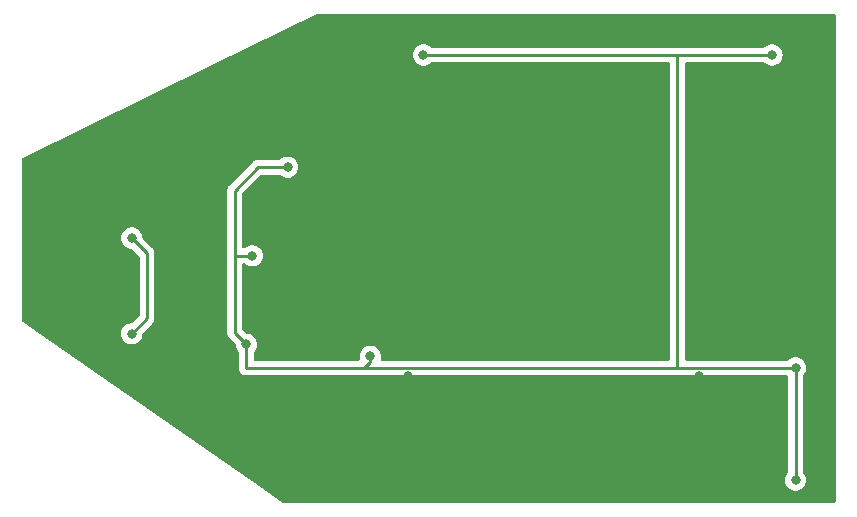
<source format=gbr>
%TF.GenerationSoftware,KiCad,Pcbnew,7.0.1*%
%TF.CreationDate,2023-06-15T12:54:41-05:00*%
%TF.ProjectId,MLX90393_board,4d4c5839-3033-4393-935f-626f6172642e,rev?*%
%TF.SameCoordinates,Original*%
%TF.FileFunction,Copper,L2,Bot*%
%TF.FilePolarity,Positive*%
%FSLAX46Y46*%
G04 Gerber Fmt 4.6, Leading zero omitted, Abs format (unit mm)*
G04 Created by KiCad (PCBNEW 7.0.1) date 2023-06-15 12:54:41*
%MOMM*%
%LPD*%
G01*
G04 APERTURE LIST*
%TA.AperFunction,ViaPad*%
%ADD10C,0.800000*%
%TD*%
%TA.AperFunction,Conductor*%
%ADD11C,0.250000*%
%TD*%
G04 APERTURE END LIST*
D10*
%TO.N,+3.3V*%
X29500000Y-133500000D03*
X27500000Y-107000000D03*
X-6500000Y-132500000D03*
X-17000000Y-131500000D03*
X-16500000Y-124000000D03*
X-13500000Y-116500000D03*
X-2000000Y-107000000D03*
X29500000Y-143000000D03*
%TO.N,GND*%
X-12100000Y-139900000D03*
X6600000Y-109300000D03*
X27800000Y-143000000D03*
X-3300000Y-134174500D03*
X2700000Y-138000000D03*
X15300000Y-132300000D03*
X21300000Y-134200000D03*
X16200000Y-109300000D03*
X26500000Y-118600000D03*
X8600000Y-132000000D03*
X-1100000Y-127100000D03*
X28100000Y-138900000D03*
X11700000Y-115300000D03*
X28100000Y-134600000D03*
X29000000Y-111900000D03*
X-7500000Y-134700000D03*
X-3700000Y-108700000D03*
X28000000Y-109000000D03*
X-18000000Y-110200000D03*
X2900000Y-134800000D03*
%TO.N,VCC*%
X-26700000Y-130600000D03*
X-26700000Y-122500000D03*
%TD*%
D11*
%TO.N,+3.3V*%
X-6500000Y-133500000D02*
X19500000Y-133500000D01*
X-13500000Y-116500000D02*
X-16000000Y-116500000D01*
X19500000Y-133500000D02*
X29500000Y-133500000D01*
X-18000000Y-124000000D02*
X-18000000Y-130500000D01*
X19500000Y-133500000D02*
X19500000Y-107000000D01*
X-18000000Y-124000000D02*
X-16500000Y-124000000D01*
X-16000000Y-116500000D02*
X-18000000Y-118500000D01*
X29500000Y-133500000D02*
X29500000Y-143000000D01*
X-6500000Y-133500000D02*
X-7000000Y-133500000D01*
X-17000000Y-133500000D02*
X-17000000Y-131500000D01*
X-6500000Y-133000000D02*
X-6500000Y-132500000D01*
X-18000000Y-118500000D02*
X-18000000Y-124000000D01*
X19500000Y-107000000D02*
X27500000Y-107000000D01*
X-7000000Y-133500000D02*
X-6500000Y-133000000D01*
X-18000000Y-130500000D02*
X-17000000Y-131500000D01*
X19500000Y-107000000D02*
X-2000000Y-107000000D01*
X-7000000Y-133500000D02*
X-17000000Y-133500000D01*
%TO.N,VCC*%
X-25400000Y-129300000D02*
X-26700000Y-130600000D01*
X-26700000Y-122500000D02*
X-25400000Y-123800000D01*
X-25400000Y-123800000D02*
X-25400000Y-129300000D01*
%TD*%
%TA.AperFunction,Conductor*%
%TO.N,GND*%
G36*
X32837500Y-103516613D02*
G01*
X32882887Y-103562000D01*
X32899500Y-103624000D01*
X32899500Y-144826000D01*
X32882887Y-144888000D01*
X32837500Y-144933387D01*
X32775500Y-144950000D01*
X-13839453Y-144950000D01*
X-13876597Y-144944306D01*
X-13910330Y-144927747D01*
X-15711724Y-143672889D01*
X-34478331Y-130600000D01*
X-27605460Y-130600000D01*
X-27585674Y-130788257D01*
X-27527180Y-130968284D01*
X-27432534Y-131132216D01*
X-27305871Y-131272889D01*
X-27152731Y-131384151D01*
X-26979803Y-131461144D01*
X-26794648Y-131500500D01*
X-26794646Y-131500500D01*
X-26605354Y-131500500D01*
X-26605352Y-131500500D01*
X-26481916Y-131474262D01*
X-26420197Y-131461144D01*
X-26247270Y-131384151D01*
X-26094129Y-131272888D01*
X-25967467Y-131132216D01*
X-25872821Y-130968284D01*
X-25814326Y-130788256D01*
X-25796679Y-130620344D01*
X-25785279Y-130579925D01*
X-25761042Y-130545630D01*
X-25016214Y-129800802D01*
X-25000113Y-129787904D01*
X-24998126Y-129785787D01*
X-24998123Y-129785786D01*
X-24952068Y-129736741D01*
X-24949387Y-129733976D01*
X-24929880Y-129714470D01*
X-24927419Y-129711295D01*
X-24919848Y-129702431D01*
X-24889938Y-129670582D01*
X-24880287Y-129653026D01*
X-24869607Y-129636767D01*
X-24857326Y-129620936D01*
X-24839982Y-129580851D01*
X-24834840Y-129570356D01*
X-24813803Y-129532092D01*
X-24808822Y-129512688D01*
X-24802520Y-129494283D01*
X-24794562Y-129475895D01*
X-24787730Y-129432748D01*
X-24785361Y-129421316D01*
X-24774500Y-129379020D01*
X-24774500Y-129358984D01*
X-24772973Y-129339585D01*
X-24769840Y-129319804D01*
X-24773950Y-129276325D01*
X-24774500Y-129264656D01*
X-24774500Y-123882744D01*
X-24772236Y-123862236D01*
X-24774439Y-123792113D01*
X-24774500Y-123788219D01*
X-24774500Y-123760654D01*
X-24774500Y-123760650D01*
X-24775003Y-123756670D01*
X-24775919Y-123745028D01*
X-24777290Y-123701373D01*
X-24782882Y-123682126D01*
X-24786826Y-123663085D01*
X-24789336Y-123643208D01*
X-24805421Y-123602583D01*
X-24809192Y-123591568D01*
X-24821382Y-123549610D01*
X-24831586Y-123532355D01*
X-24840139Y-123514895D01*
X-24847514Y-123496269D01*
X-24847514Y-123496268D01*
X-24873192Y-123460925D01*
X-24879599Y-123451171D01*
X-24901831Y-123413579D01*
X-24915994Y-123399416D01*
X-24928633Y-123384617D01*
X-24940405Y-123368413D01*
X-24974059Y-123340573D01*
X-24982701Y-123332709D01*
X-25761040Y-122554369D01*
X-25785280Y-122520071D01*
X-25796679Y-122479655D01*
X-25814326Y-122311744D01*
X-25872821Y-122131716D01*
X-25872821Y-122131715D01*
X-25967467Y-121967783D01*
X-26094130Y-121827110D01*
X-26247270Y-121715848D01*
X-26420198Y-121638855D01*
X-26605352Y-121599500D01*
X-26605354Y-121599500D01*
X-26794646Y-121599500D01*
X-26794648Y-121599500D01*
X-26979803Y-121638855D01*
X-27152731Y-121715848D01*
X-27305871Y-121827110D01*
X-27432534Y-121967783D01*
X-27527180Y-122131715D01*
X-27585674Y-122311742D01*
X-27585675Y-122311744D01*
X-27585674Y-122311744D01*
X-27605460Y-122500000D01*
X-27599746Y-122554369D01*
X-27585674Y-122688257D01*
X-27527180Y-122868284D01*
X-27432534Y-123032216D01*
X-27305871Y-123172889D01*
X-27152731Y-123284151D01*
X-26979803Y-123361144D01*
X-26794648Y-123400500D01*
X-26794646Y-123400500D01*
X-26735452Y-123400500D01*
X-26687999Y-123409939D01*
X-26647771Y-123436819D01*
X-26061819Y-124022771D01*
X-26034939Y-124062999D01*
X-26025500Y-124110452D01*
X-26025500Y-128989548D01*
X-26034939Y-129037001D01*
X-26061819Y-129077229D01*
X-26647772Y-129663181D01*
X-26688000Y-129690061D01*
X-26735453Y-129699500D01*
X-26794648Y-129699500D01*
X-26979803Y-129738855D01*
X-27152731Y-129815848D01*
X-27305871Y-129927110D01*
X-27432534Y-130067783D01*
X-27527180Y-130231715D01*
X-27585674Y-130411742D01*
X-27605460Y-130600000D01*
X-34478331Y-130600000D01*
X-35946878Y-129577005D01*
X-35985920Y-129532649D01*
X-36000000Y-129475259D01*
X-36000000Y-118480194D01*
X-18630160Y-118480194D01*
X-18626050Y-118523675D01*
X-18625500Y-118535344D01*
X-18625500Y-123929151D01*
X-18627696Y-123952385D01*
X-18629228Y-123960412D01*
X-18625745Y-124015759D01*
X-18625500Y-124023545D01*
X-18625500Y-130417256D01*
X-18627765Y-130437762D01*
X-18625561Y-130507873D01*
X-18625500Y-130511768D01*
X-18625500Y-130539349D01*
X-18624997Y-130543334D01*
X-18624082Y-130554967D01*
X-18622710Y-130598626D01*
X-18617121Y-130617860D01*
X-18613175Y-130636916D01*
X-18610665Y-130656792D01*
X-18594586Y-130697404D01*
X-18590803Y-130708451D01*
X-18578618Y-130750391D01*
X-18568420Y-130767635D01*
X-18559864Y-130785100D01*
X-18552486Y-130803732D01*
X-18552485Y-130803733D01*
X-18526820Y-130839059D01*
X-18520407Y-130848822D01*
X-18498174Y-130886416D01*
X-18498171Y-130886419D01*
X-18498170Y-130886420D01*
X-18484005Y-130900585D01*
X-18471373Y-130915375D01*
X-18459594Y-130931587D01*
X-18425942Y-130959426D01*
X-18417301Y-130967289D01*
X-17938962Y-131445628D01*
X-17914723Y-131479925D01*
X-17903322Y-131520347D01*
X-17885674Y-131688257D01*
X-17827180Y-131868284D01*
X-17732536Y-132032213D01*
X-17732533Y-132032216D01*
X-17657348Y-132115717D01*
X-17633736Y-132154249D01*
X-17625500Y-132198687D01*
X-17625500Y-133429151D01*
X-17627696Y-133452385D01*
X-17629228Y-133460412D01*
X-17625745Y-133515759D01*
X-17625500Y-133523545D01*
X-17625500Y-133539350D01*
X-17623519Y-133555037D01*
X-17622787Y-133562787D01*
X-17619305Y-133618137D01*
X-17616780Y-133625908D01*
X-17611690Y-133648678D01*
X-17610665Y-133656788D01*
X-17610664Y-133656792D01*
X-17598206Y-133688257D01*
X-17590247Y-133708360D01*
X-17587610Y-133715684D01*
X-17579245Y-133741427D01*
X-17570467Y-133768441D01*
X-17570466Y-133768442D01*
X-17566090Y-133775339D01*
X-17555500Y-133796123D01*
X-17552487Y-133803732D01*
X-17519880Y-133848612D01*
X-17515502Y-133855053D01*
X-17485786Y-133901877D01*
X-17479833Y-133907467D01*
X-17464397Y-133924976D01*
X-17459594Y-133931587D01*
X-17416854Y-133966945D01*
X-17411022Y-133972087D01*
X-17370582Y-134010062D01*
X-17363422Y-134013998D01*
X-17344117Y-134027117D01*
X-17337821Y-134032326D01*
X-17287637Y-134055941D01*
X-17280698Y-134059476D01*
X-17232094Y-134086196D01*
X-17232092Y-134086197D01*
X-17224178Y-134088228D01*
X-17202226Y-134096132D01*
X-17199575Y-134097379D01*
X-17194826Y-134099614D01*
X-17140327Y-134110010D01*
X-17132737Y-134111707D01*
X-17079019Y-134125500D01*
X-17070849Y-134125500D01*
X-17047615Y-134127696D01*
X-17039588Y-134129227D01*
X-16984241Y-134125745D01*
X-16976455Y-134125500D01*
X-7082744Y-134125500D01*
X-7062238Y-134127764D01*
X-7059335Y-134127672D01*
X-7059333Y-134127673D01*
X-6992128Y-134125561D01*
X-6988232Y-134125500D01*
X-6960650Y-134125500D01*
X-6579019Y-134125500D01*
X-6460650Y-134125500D01*
X19420981Y-134125500D01*
X19429151Y-134125500D01*
X19452385Y-134127696D01*
X19460412Y-134129227D01*
X19515759Y-134125745D01*
X19523545Y-134125500D01*
X19539350Y-134125500D01*
X28750500Y-134125500D01*
X28812500Y-134142113D01*
X28857887Y-134187500D01*
X28874500Y-134249500D01*
X28874500Y-142301313D01*
X28866264Y-142345751D01*
X28842652Y-142384282D01*
X28809545Y-142421051D01*
X28767464Y-142467786D01*
X28672820Y-142631715D01*
X28614326Y-142811742D01*
X28594540Y-142999999D01*
X28614326Y-143188257D01*
X28672820Y-143368284D01*
X28767466Y-143532216D01*
X28894129Y-143672889D01*
X29047269Y-143784151D01*
X29220197Y-143861144D01*
X29405352Y-143900500D01*
X29405354Y-143900500D01*
X29594646Y-143900500D01*
X29594648Y-143900500D01*
X29718084Y-143874262D01*
X29779803Y-143861144D01*
X29952730Y-143784151D01*
X30105871Y-143672888D01*
X30232533Y-143532216D01*
X30327179Y-143368284D01*
X30385674Y-143188256D01*
X30405460Y-143000000D01*
X30385674Y-142811744D01*
X30327179Y-142631716D01*
X30327179Y-142631715D01*
X30232535Y-142467786D01*
X30219427Y-142453229D01*
X30157347Y-142384282D01*
X30133736Y-142345751D01*
X30125500Y-142301313D01*
X30125500Y-134198687D01*
X30133736Y-134154249D01*
X30157347Y-134115717D01*
X30232533Y-134032216D01*
X30239791Y-134019646D01*
X30327179Y-133868284D01*
X30348153Y-133803732D01*
X30385674Y-133688256D01*
X30405460Y-133500000D01*
X30385674Y-133311744D01*
X30327179Y-133131716D01*
X30327179Y-133131715D01*
X30232533Y-132967783D01*
X30105870Y-132827110D01*
X29952730Y-132715848D01*
X29779802Y-132638855D01*
X29594648Y-132599500D01*
X29594646Y-132599500D01*
X29405354Y-132599500D01*
X29405352Y-132599500D01*
X29220197Y-132638855D01*
X29047272Y-132715847D01*
X28972876Y-132769899D01*
X28894129Y-132827112D01*
X28888401Y-132833473D01*
X28846688Y-132863780D01*
X28796253Y-132874500D01*
X20249500Y-132874500D01*
X20187500Y-132857887D01*
X20142113Y-132812500D01*
X20125500Y-132750500D01*
X20125500Y-107749500D01*
X20142113Y-107687500D01*
X20187500Y-107642113D01*
X20249500Y-107625500D01*
X26796253Y-107625500D01*
X26846688Y-107636220D01*
X26888401Y-107666526D01*
X26894129Y-107672888D01*
X27047270Y-107784151D01*
X27047271Y-107784151D01*
X27047272Y-107784152D01*
X27220197Y-107861144D01*
X27405352Y-107900500D01*
X27405354Y-107900500D01*
X27594646Y-107900500D01*
X27594648Y-107900500D01*
X27718083Y-107874262D01*
X27779803Y-107861144D01*
X27952730Y-107784151D01*
X28000423Y-107749500D01*
X28105870Y-107672889D01*
X28111598Y-107666528D01*
X28232533Y-107532216D01*
X28327179Y-107368284D01*
X28385674Y-107188256D01*
X28405460Y-107000000D01*
X28385674Y-106811744D01*
X28327179Y-106631716D01*
X28327179Y-106631715D01*
X28232533Y-106467783D01*
X28105870Y-106327110D01*
X27952730Y-106215848D01*
X27779802Y-106138855D01*
X27594648Y-106099500D01*
X27594646Y-106099500D01*
X27405354Y-106099500D01*
X27405352Y-106099500D01*
X27220197Y-106138855D01*
X27047272Y-106215847D01*
X26945175Y-106290024D01*
X26894129Y-106327112D01*
X26888401Y-106333473D01*
X26846688Y-106363780D01*
X26796253Y-106374500D01*
X19579019Y-106374500D01*
X19570849Y-106374500D01*
X19547615Y-106372304D01*
X19539587Y-106370772D01*
X19484241Y-106374255D01*
X19476455Y-106374500D01*
X-1296253Y-106374500D01*
X-1346688Y-106363780D01*
X-1388402Y-106333473D01*
X-1394129Y-106327112D01*
X-1547270Y-106215849D01*
X-1547271Y-106215848D01*
X-1547273Y-106215847D01*
X-1720198Y-106138855D01*
X-1905352Y-106099500D01*
X-1905354Y-106099500D01*
X-2094646Y-106099500D01*
X-2094648Y-106099500D01*
X-2279803Y-106138855D01*
X-2452731Y-106215848D01*
X-2605871Y-106327110D01*
X-2732534Y-106467783D01*
X-2827180Y-106631715D01*
X-2885674Y-106811742D01*
X-2905460Y-106999999D01*
X-2885674Y-107188257D01*
X-2827180Y-107368284D01*
X-2732534Y-107532216D01*
X-2605871Y-107672889D01*
X-2452731Y-107784151D01*
X-2279803Y-107861144D01*
X-2094648Y-107900500D01*
X-2094646Y-107900500D01*
X-1905354Y-107900500D01*
X-1905352Y-107900500D01*
X-1781917Y-107874262D01*
X-1720197Y-107861144D01*
X-1547270Y-107784151D01*
X-1394129Y-107672888D01*
X-1388402Y-107666526D01*
X-1346688Y-107636220D01*
X-1296253Y-107625500D01*
X18750500Y-107625500D01*
X18812500Y-107642113D01*
X18857887Y-107687500D01*
X18874500Y-107749500D01*
X18874500Y-132750500D01*
X18857887Y-132812500D01*
X18812500Y-132857887D01*
X18750500Y-132874500D01*
X-5504169Y-132874500D01*
X-5560464Y-132860985D01*
X-5604487Y-132823386D01*
X-5626642Y-132769899D01*
X-5622100Y-132712183D01*
X-5614327Y-132688259D01*
X-5614328Y-132688259D01*
X-5614326Y-132688256D01*
X-5594540Y-132500000D01*
X-5614326Y-132311744D01*
X-5651061Y-132198687D01*
X-5672821Y-132131715D01*
X-5767467Y-131967783D01*
X-5894130Y-131827110D01*
X-6047270Y-131715848D01*
X-6220198Y-131638855D01*
X-6405352Y-131599500D01*
X-6405354Y-131599500D01*
X-6594646Y-131599500D01*
X-6594648Y-131599500D01*
X-6779803Y-131638855D01*
X-6952731Y-131715848D01*
X-7105871Y-131827110D01*
X-7232534Y-131967783D01*
X-7327180Y-132131715D01*
X-7385674Y-132311742D01*
X-7405460Y-132500000D01*
X-7385674Y-132688259D01*
X-7377900Y-132712183D01*
X-7373358Y-132769899D01*
X-7395513Y-132823386D01*
X-7439536Y-132860985D01*
X-7495831Y-132874500D01*
X-16250500Y-132874500D01*
X-16312500Y-132857887D01*
X-16357887Y-132812500D01*
X-16374500Y-132750500D01*
X-16374500Y-132198687D01*
X-16366264Y-132154249D01*
X-16342653Y-132115717D01*
X-16267467Y-132032216D01*
X-16230266Y-131967783D01*
X-16172821Y-131868284D01*
X-16123292Y-131715849D01*
X-16114326Y-131688256D01*
X-16094540Y-131500000D01*
X-16114326Y-131311744D01*
X-16144668Y-131218363D01*
X-16172821Y-131131715D01*
X-16267467Y-130967783D01*
X-16394130Y-130827110D01*
X-16547270Y-130715848D01*
X-16720198Y-130638855D01*
X-16905352Y-130599500D01*
X-16905354Y-130599500D01*
X-16964548Y-130599500D01*
X-17012001Y-130590061D01*
X-17052229Y-130563181D01*
X-17338181Y-130277228D01*
X-17365061Y-130237000D01*
X-17374500Y-130189547D01*
X-17374500Y-124749500D01*
X-17357887Y-124687500D01*
X-17312500Y-124642113D01*
X-17250500Y-124625500D01*
X-17203747Y-124625500D01*
X-17153312Y-124636220D01*
X-17111599Y-124666526D01*
X-17105871Y-124672888D01*
X-16952730Y-124784151D01*
X-16952729Y-124784151D01*
X-16952728Y-124784152D01*
X-16779803Y-124861144D01*
X-16594648Y-124900500D01*
X-16594646Y-124900500D01*
X-16405354Y-124900500D01*
X-16405352Y-124900500D01*
X-16281916Y-124874262D01*
X-16220197Y-124861144D01*
X-16047270Y-124784151D01*
X-15999577Y-124749500D01*
X-15894130Y-124672889D01*
X-15888402Y-124666528D01*
X-15767467Y-124532216D01*
X-15672821Y-124368284D01*
X-15614326Y-124188256D01*
X-15594540Y-124000000D01*
X-15614326Y-123811744D01*
X-15656440Y-123682131D01*
X-15672821Y-123631715D01*
X-15767467Y-123467783D01*
X-15894130Y-123327110D01*
X-16047270Y-123215848D01*
X-16220198Y-123138855D01*
X-16405352Y-123099500D01*
X-16405354Y-123099500D01*
X-16594646Y-123099500D01*
X-16594648Y-123099500D01*
X-16779803Y-123138855D01*
X-16952728Y-123215847D01*
X-17046740Y-123284151D01*
X-17105871Y-123327112D01*
X-17111599Y-123333473D01*
X-17153312Y-123363780D01*
X-17203747Y-123374500D01*
X-17250500Y-123374500D01*
X-17312500Y-123357887D01*
X-17357887Y-123312500D01*
X-17374500Y-123250500D01*
X-17374500Y-118810452D01*
X-17365061Y-118762999D01*
X-17338181Y-118722771D01*
X-15777228Y-117161819D01*
X-15737000Y-117134939D01*
X-15689547Y-117125500D01*
X-14203747Y-117125500D01*
X-14153312Y-117136220D01*
X-14111599Y-117166526D01*
X-14105871Y-117172888D01*
X-13952730Y-117284151D01*
X-13952729Y-117284151D01*
X-13952728Y-117284152D01*
X-13779803Y-117361144D01*
X-13594648Y-117400500D01*
X-13594646Y-117400500D01*
X-13405354Y-117400500D01*
X-13405352Y-117400500D01*
X-13281917Y-117374262D01*
X-13220197Y-117361144D01*
X-13047270Y-117284151D01*
X-12894129Y-117172888D01*
X-12767467Y-117032216D01*
X-12672821Y-116868284D01*
X-12614326Y-116688256D01*
X-12594540Y-116500000D01*
X-12614326Y-116311744D01*
X-12672821Y-116131716D01*
X-12672821Y-116131715D01*
X-12767467Y-115967783D01*
X-12894130Y-115827110D01*
X-13047270Y-115715848D01*
X-13220198Y-115638855D01*
X-13405352Y-115599500D01*
X-13405354Y-115599500D01*
X-13594646Y-115599500D01*
X-13594648Y-115599500D01*
X-13779803Y-115638855D01*
X-13952728Y-115715847D01*
X-14008843Y-115756617D01*
X-14105871Y-115827112D01*
X-14111599Y-115833473D01*
X-14153312Y-115863780D01*
X-14203747Y-115874500D01*
X-15917259Y-115874500D01*
X-15937763Y-115872236D01*
X-16007855Y-115874439D01*
X-16011749Y-115874500D01*
X-16039352Y-115874500D01*
X-16043347Y-115875004D01*
X-16054971Y-115875918D01*
X-16098632Y-115877290D01*
X-16117872Y-115882880D01*
X-16136919Y-115886825D01*
X-16156791Y-115889335D01*
X-16197401Y-115905413D01*
X-16208446Y-115909194D01*
X-16250389Y-115921380D01*
X-16267631Y-115931578D01*
X-16285103Y-115940138D01*
X-16303734Y-115947514D01*
X-16339062Y-115973181D01*
X-16348820Y-115979591D01*
X-16386421Y-116001829D01*
X-16400590Y-116015998D01*
X-16415378Y-116028628D01*
X-16431587Y-116040405D01*
X-16459428Y-116074058D01*
X-16467289Y-116082696D01*
X-18383792Y-117999199D01*
X-18399890Y-118012096D01*
X-18447904Y-118063225D01*
X-18450609Y-118066017D01*
X-18470126Y-118085534D01*
X-18472585Y-118088705D01*
X-18480158Y-118097572D01*
X-18510065Y-118129420D01*
X-18519715Y-118146974D01*
X-18530391Y-118163228D01*
X-18542674Y-118179063D01*
X-18560025Y-118219158D01*
X-18565162Y-118229644D01*
X-18586198Y-118267907D01*
X-18591179Y-118287309D01*
X-18597480Y-118305711D01*
X-18605439Y-118324102D01*
X-18612272Y-118367242D01*
X-18614640Y-118378674D01*
X-18625500Y-118420978D01*
X-18625500Y-118441016D01*
X-18627027Y-118460415D01*
X-18630160Y-118480194D01*
X-36000000Y-118480194D01*
X-36000000Y-115822239D01*
X-35981213Y-115756617D01*
X-35930544Y-115710879D01*
X-19746808Y-107784151D01*
X-11025807Y-103512639D01*
X-10971263Y-103500000D01*
X32775500Y-103500000D01*
X32837500Y-103516613D01*
G37*
%TD.AperFunction*%
%TD*%
M02*

</source>
